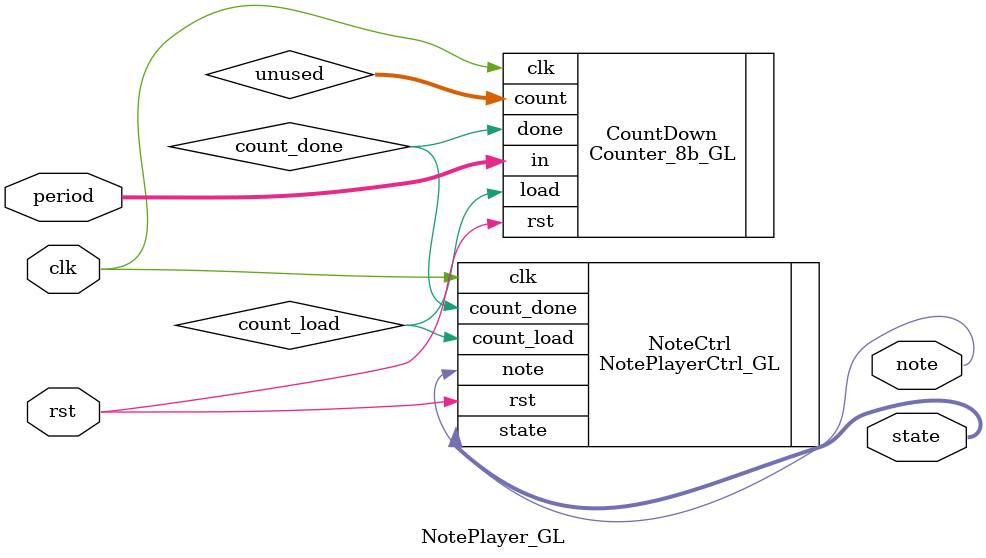
<source format=v>

`ifndef NOTEPLAYER_GL_V
`define NOTEPLAYER_GL_V

`include "Counter_8b_GL.v"
`include "NotePlayerCtrl_GL.v"

module NotePlayer_GL
(
  (* keep=1 *) input  wire       clk,
  (* keep=1 *) input  wire       rst,
  (* keep=1 *) input  wire [7:0] period,
  (* keep=1 *) output wire [3:0] state,
  (* keep=1 *) output wire       note
);
wire count_load;
wire count_done;
wire [7:0] unused;

//Instatuated the Counter
Counter_8b_GL CountDown(
  .clk(clk),
  .rst(rst),
  .load(count_load),
  .in(period),
  .count(unused),
  .done(count_done)
);

//Instatuated the NotePlayerCtrl
NotePlayerCtrl_GL NoteCtrl(
  .clk(clk),
  .rst(rst),
  .count_done(count_done),
  .state(state),
  .note(note),
  .count_load(count_load)
);

endmodule

`endif /* NOTEPLAYER_GL_V */


</source>
